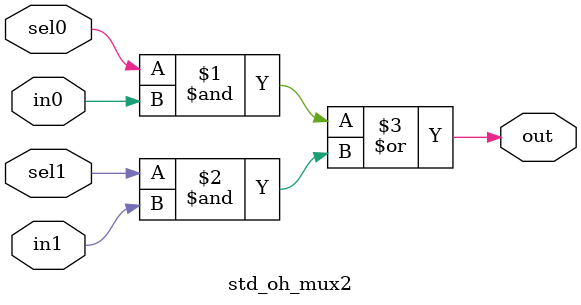
<source format=sv>


module std_oh_mux2 #(parameter DW = 1) // width of mux
(
	input 	    sel1,
	input 	    sel0,
	input [DW-1:0]  in1,
	input [DW-1:0]  in0, 
	output [DW-1:0] out  //selected data output
);

assign out[DW-1:0] = ({(DW){sel0}} & in0[DW-1:0] /*IN 0*/ | 
	{(DW){sel1}} & in1[DW-1:0]) /*IN 1*/;

endmodule // std_oh_mux2


</source>
